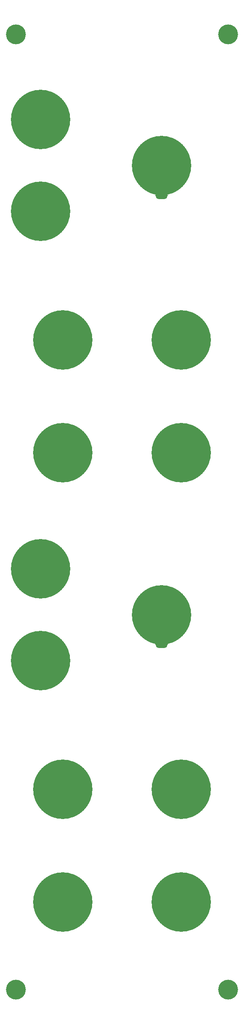
<source format=gts>
%TF.GenerationSoftware,KiCad,Pcbnew,9.0.0*%
%TF.CreationDate,2025-03-16T11:37:03+01:00*%
%TF.ProjectId,DMH_Transistor_VCA_PANEL,444d485f-5472-4616-9e73-6973746f725f,rev?*%
%TF.SameCoordinates,Original*%
%TF.FileFunction,Soldermask,Top*%
%TF.FilePolarity,Negative*%
%FSLAX46Y46*%
G04 Gerber Fmt 4.6, Leading zero omitted, Abs format (unit mm)*
G04 Created by KiCad (PCBNEW 9.0.0) date 2025-03-16 11:37:03*
%MOMM*%
%LPD*%
G01*
G04 APERTURE LIST*
%ADD10C,12.000000*%
%ADD11C,0.500000*%
%ADD12C,4.000000*%
%ADD13O,2.500000X1.500000*%
G04 APERTURE END LIST*
D10*
%TO.C,H14*%
X63000000Y-186000000D03*
%TD*%
%TO.C,H13*%
X87000000Y-186000000D03*
%TD*%
%TO.C,H7*%
X87000000Y-95250000D03*
%TD*%
%TO.C,H6*%
X63000000Y-95250000D03*
%TD*%
D11*
%TO.C,H9*%
X57300000Y-118000000D03*
X58960000Y-113970000D03*
X58970000Y-122040000D03*
X63000000Y-112300000D03*
D10*
X63000000Y-118000000D03*
D11*
X63000000Y-123700000D03*
X67030000Y-122040000D03*
X67040000Y-113970000D03*
X68700000Y-118000000D03*
%TD*%
D12*
%TO.C,H3*%
X53500000Y-226500000D03*
%TD*%
D11*
%TO.C,H8*%
X52800000Y-50750000D03*
X54460000Y-46720000D03*
X54470000Y-54790000D03*
X58500000Y-45050000D03*
D10*
X58500000Y-50750000D03*
D11*
X58500000Y-56450000D03*
X62530000Y-54790000D03*
X62540000Y-46720000D03*
X64200000Y-50750000D03*
%TD*%
%TO.C,H15*%
X52800000Y-141500000D03*
X54460000Y-137470000D03*
X54470000Y-145540000D03*
X58500000Y-135800000D03*
D10*
X58500000Y-141500000D03*
D11*
X58500000Y-147200000D03*
X62530000Y-145540000D03*
X62540000Y-137470000D03*
X64200000Y-141500000D03*
%TD*%
%TO.C,H17*%
X57300000Y-208750000D03*
X58960000Y-204720000D03*
X58970000Y-212790000D03*
X63000000Y-203050000D03*
D10*
X63000000Y-208750000D03*
D11*
X63000000Y-214450000D03*
X67030000Y-212790000D03*
X67040000Y-204720000D03*
X68700000Y-208750000D03*
%TD*%
%TO.C,H10*%
X81300000Y-118000000D03*
X82960000Y-113970000D03*
X82970000Y-122040000D03*
X87000000Y-112300000D03*
D10*
X87000000Y-118000000D03*
D11*
X87000000Y-123700000D03*
X91030000Y-122040000D03*
X91040000Y-113970000D03*
X92700000Y-118000000D03*
%TD*%
D10*
%TO.C,H5*%
X83000000Y-60000000D03*
D13*
X83000000Y-66000000D03*
%TD*%
D11*
%TO.C,H11*%
X52800000Y-69250000D03*
X54460000Y-65220000D03*
X54470000Y-73290000D03*
X58500000Y-63550000D03*
D10*
X58500000Y-69250000D03*
D11*
X58500000Y-74950000D03*
X62530000Y-73290000D03*
X62540000Y-65220000D03*
X64200000Y-69250000D03*
%TD*%
D12*
%TO.C,H2*%
X96500000Y-33500000D03*
%TD*%
%TO.C,H4*%
X96500000Y-226500000D03*
%TD*%
D11*
%TO.C,H18*%
X81300000Y-208750000D03*
X82960000Y-204720000D03*
X82970000Y-212790000D03*
X87000000Y-203050000D03*
D10*
X87000000Y-208750000D03*
D11*
X87000000Y-214450000D03*
X91030000Y-212790000D03*
X91040000Y-204720000D03*
X92700000Y-208750000D03*
%TD*%
D12*
%TO.C,H1*%
X53500000Y-33500000D03*
%TD*%
D11*
%TO.C,H16*%
X52800000Y-160000000D03*
X54460000Y-155970000D03*
X54470000Y-164040000D03*
X58500000Y-154300000D03*
D10*
X58500000Y-160000000D03*
D11*
X58500000Y-165700000D03*
X62530000Y-164040000D03*
X62540000Y-155970000D03*
X64200000Y-160000000D03*
%TD*%
D10*
%TO.C,H12*%
X83000000Y-150750000D03*
D13*
X83000000Y-156750000D03*
%TD*%
M02*

</source>
